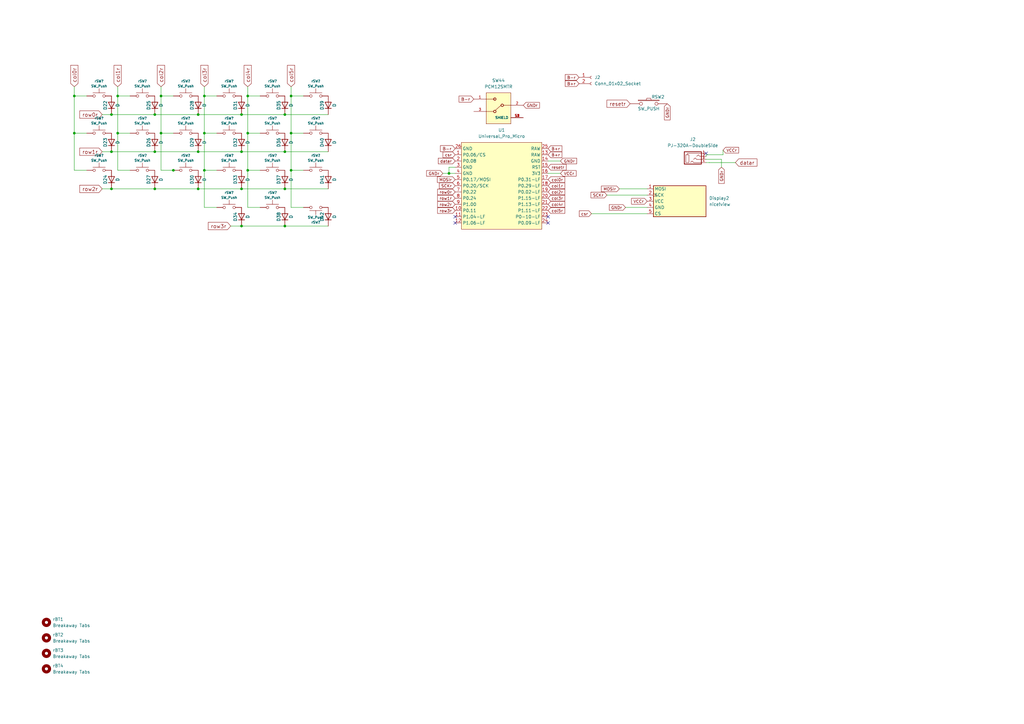
<source format=kicad_sch>
(kicad_sch (version 20231120) (generator "eeschema") (generator_version "8.0")
  (paper "A3")
  (title_block (title "Corne Right") (date "2023-10-07") (rev "4.0.0") (company "foostan"))
  (lib_symbols
    (symbol "ClaudeSym:PJ-320A" (pin_names (offset 1.016))
      (property "Reference" "J1" (at 0 3.81 0))
      (property "Value" "PJ-320A-DoubleSide" (at 0 -3.81 0))
      (symbol "PJ-320A_0_1"
        (rectangle (start -1.905 -1.905) (end -3.175 1.27))
        (polyline (pts (xy -2.54 1.27) (xy -2.54 1.905) (xy 3.175 1.905)))
        (polyline (pts (xy -1.27 -1.905) (xy -0.635 -1.27) (xy 0 -1.905) (xy 3.175 -1.905)))
        (polyline (pts (xy 0 -0.635) (xy 0.635 0) (xy 1.27 -0.635) (xy 3.175 -0.635)))
        (polyline (pts (xy 1.27 0.635) (xy 1.905 1.27) (xy 2.54 0.635) (xy 3.175 0.635)))
        (rectangle (start 3.175 2.54) (end -3.81 -2.54) (stroke (width 0.3048)))
      )
      (symbol "PJ-320A_1_1"
        (pin input line (at 5.1338 1.8756 180) (length 2.0066) (name "") (number "1"))
        (pin input line (at 5.1954 0.6252 180) (length 2.0066) (name "") (number "2"))
        (pin input line (at 5.1074 -0.5899 180) (length 2.0066) (name "") (number "3"))
        (pin input line (at 5.1514 -1.902 180) (length 2.0066) (name "") (number "4"))
      )
    )
    (symbol "ClaudeSym:Universal_Pro_Micro_Footprint" (in_bom no)
      (property "Reference" "U" (at 0 22.86 0))
      (property "Value" "Universal_Pro_Micro" (at 0 20.32 0))
      (symbol "Universal_Pro_Micro_Footprint_0_0"
        (pin bidirectional line (at -19.05 -8.89 0) (length 2.54) (name "P0.11") (number "10"))
        (pin bidirectional line (at -19.05 -11.43 0) (length 2.54) (name "P1.04-LF") (number "11"))
        (pin bidirectional line (at -19.05 -13.97 0) (length 2.54) (name "P1.06-LF") (number "12"))
        (pin power_out line (at 19.05 11.43 180) (length 2.54) (name "GND") (number "14"))
        (pin bidirectional line (at 19.05 8.89 180) (length 2.54) (name "RST") (number "15"))
        (pin bidirectional line (at 19.05 3.81 180) (length 2.54) (name "P0.31-LF") (number "17"))
        (pin bidirectional line (at 19.05 1.27 180) (length 2.54) (name "P0.29-LF") (number "18"))
        (pin bidirectional line (at 19.05 -1.27 180) (length 2.54) (name "P0.02-LF") (number "19"))
        (pin bidirectional line (at -19.05 11.43 0) (length 2.54) (name "P0.08") (number "2"))
        (pin bidirectional line (at 19.05 -3.81 180) (length 2.54) (name "P1.15-LF") (number "20"))
        (pin bidirectional line (at 19.05 -6.35 180) (length 2.54) (name "P1.13-LF") (number "21"))
        (pin bidirectional line (at 19.05 -8.89 180) (length 2.54) (name "P1.11-LF") (number "22"))
        (pin bidirectional line (at 19.05 -11.43 180) (length 2.54) (name "P0-10-LF") (number "23"))
        (pin bidirectional line (at 19.05 -13.97 180) (length 2.54) (name "P0.09-LF") (number "24"))
        (pin power_out line (at -19.05 8.89 0) (length 2.54) (name "GND") (number "3"))
        (pin power_out line (at -19.05 6.35 0) (length 2.54) (name "GND") (number "4"))
        (pin bidirectional line (at -19.05 -1.27 0) (length 2.54) (name "P0.22") (number "7"))
        (pin bidirectional line (at -19.05 -3.81 0) (length 2.54) (name "P0.24") (number "8"))
        (pin bidirectional line (at -19.05 -6.35 0) (length 2.54) (name "P1.00") (number "9"))
      )
      (symbol "Universal_Pro_Micro_Footprint_1_0"
        (pin bidirectional line (at -19.05 13.97 0) (length 2.54) (name "P0.06/CS") (number "1"))
        (pin power_out line (at 19.05 13.97 180) (length 2.54) (name "RAW") (number "13"))
        (pin power_out line (at 19.05 6.35 180) (length 2.54) (name "3V3") (number "16"))
        (pin power_out line (at 19.05 16.51 180) (length 2.54) (name "RAW") (number "25"))
        (pin power_out line (at -19.05 16.51 0) (length 2.54) (name "GND") (number "26"))
        (pin bidirectional line (at -19.05 3.81 0) (length 2.54) (name "P0.17/MOSI") (number "5"))
        (pin bidirectional line (at -19.05 1.27 0) (length 2.54) (name "P0.20/SCK") (number "6"))
      )
      (symbol "Universal_Pro_Micro_Footprint_1_1"
        (rectangle (start -16.51 19.05) (end 16.51 -16.51) (fill (type background)))
      )
    )
    (symbol "Connector:Conn_01x02_Socket" (pin_names (offset 1.016) hide)
      (property "Reference" "J" (at 0 2.54 0))
      (property "Value" "Conn_01x02_Socket" (at 0 -5.08 0))
      (symbol "Conn_01x02_Socket_1_1"
        (arc (start 0 -2.032) (mid -0.5058 -2.54) (end 0 -3.048) (stroke (width 0.1524)))
        (polyline (pts (xy -1.27 -2.54) (xy -0.508 -2.54)) (stroke (width 0.1524)))
        (polyline (pts (xy -1.27 0) (xy -0.508 0)) (stroke (width 0.1524)))
        (arc (start 0 0.508) (mid -0.5058 0) (end 0 -0.508) (stroke (width 0.1524)))
        (pin passive line (at -5.08 0 0) (length 3.81) (name "Pin_1") (number "1"))
        (pin passive line (at -5.08 -2.54 0) (length 3.81) (name "Pin_2") (number "2"))
      )
    )
    (symbol "Device:D" (pin_numbers hide) (pin_names (offset 1.016) hide)
      (property "Reference" "D" (at 0 2.54 0))
      (property "Value" "D" (at 0 -2.54 0))
      (symbol "D_0_1"
        (polyline (pts (xy -1.27 1.27) (xy -1.27 -1.27)) (stroke (width 0.254)))
        (polyline (pts (xy 1.27 0) (xy -1.27 0)))
        (polyline (pts (xy 1.27 1.27) (xy 1.27 -1.27) (xy -1.27 0) (xy 1.27 1.27)) (stroke (width 0.254)))
      )
      (symbol "D_1_1"
        (pin passive line (at -3.81 0 0) (length 2.54) (name "K") (number "1"))
        (pin passive line (at 3.81 0 180) (length 2.54) (name "A") (number "2"))
      )
    )
    (symbol "Mechanical:MountingHole" (pin_names (offset 1.016))
      (property "Reference" "H" (at 0 5.08 0))
      (property "Value" "MountingHole" (at 0 3.175 0))
      (symbol "MountingHole_0_1"
        (circle (center 0 0) (radius 1.27) (stroke (width 1.27)))
      )
    )
    (symbol "PCM_PCM12SMTR:PCM12SMTR" (pin_names (offset 1.016))
      (property "Reference" "SW" (at -5.0844 5.3386 0))
      (property "Value" "PCM12SMTR" (at -5.1814 -9.6619 0))
      (symbol "PCM12SMTR_0_0"
        (rectangle (start -5.08 -7.62) (end 5.08 5.08) (stroke (width 0.1524)) (fill (type background)))
        (circle (center -1.524 -2.54) (radius 0.508) (stroke (width 0.254)))
        (circle (center -1.524 2.54) (radius 0.508) (stroke (width 0.254)))
        (polyline (pts (xy -5.08 -2.54) (xy -2.032 -2.54)) (stroke (width 0.1524)))
        (polyline (pts (xy -5.08 2.54) (xy -1.524 2.54)) (stroke (width 0.1524)))
        (polyline (pts (xy 1.016 0) (xy -1.27 -2.032)) (stroke (width 0.1524)))
        (polyline (pts (xy 2.032 0) (xy 5.08 0)) (stroke (width 0.1524)))
        (circle (center 1.524 0) (radius 0.508) (stroke (width 0.254)))
        (pin passive line (at -10.16 2.54 0) (length 5.08) (name "~") (number "1"))
        (pin passive line (at 10.16 0 180) (length 5.08) (name "~") (number "2"))
        (pin passive line (at -10.16 -2.54 0) (length 5.08) (name "~") (number "3"))
        (pin passive line (at 10.16 -5.08 180) (length 5.08) (name "SHIELD") (number "S1"))
        (pin passive line (at 10.16 -5.08 180) (length 5.08) (name "SHIELD") (number "S2"))
        (pin passive line (at 10.16 -5.08 180) (length 5.08) (name "SHIELD") (number "S3"))
        (pin passive line (at 10.16 -5.08 180) (length 5.08) (name "SHIELD") (number "S4"))
      )
    )
    (symbol "PCM_nice_view:nice!view"
      (property "Reference" "Display" (at 0 12.7 0))
      (property "Value" "nice!view" (at 0 0 0))
      (symbol "nice!view_0_1"
        (rectangle (start -6.35 11.43) (end 6.35 -10.16) (stroke (width 0.254)) (fill (type background)))
      )
      (symbol "nice!view_1_1"
        (pin input line (at -5.08 -12.7 90) (length 2.54) (name "MOSI") (number "1"))
        (pin input clock (at -2.54 -12.7 90) (length 2.54) (name "SCK") (number "2"))
        (pin power_in line (at 0 -12.7 90) (length 2.54) (name "VCC") (number "3"))
        (pin power_out line (at 2.54 -12.7 90) (length 2.54) (name "GND") (number "4"))
        (pin passive line (at 5.08 -12.7 90) (length 2.54) (name "CS") (number "5"))
      )
    )
    (symbol "SW_Push_1" (pin_numbers hide) (pin_names (offset 1.016) hide)
      (property "Reference" "SW" (at 1.27 2.54 0))
      (property "Value" "SW_Push" (at 0 -1.524 0))
      (symbol "SW_Push_1_0_1"
        (circle (center -2.032 0) (radius 0.508))
        (polyline (pts (xy 0 1.27) (xy 0 3.048)))
        (polyline (pts (xy 2.54 1.27) (xy -2.54 1.27)))
        (circle (center 2.032 0) (radius 0.508))
        (pin passive line (at -5.08 0 0) (length 2.54) (name "1") (number "1"))
        (pin passive line (at 5.08 0 180) (length 2.54) (name "2") (number "2"))
      )
    )
    (symbol "Switch:SW_Push" (pin_numbers hide) (pin_names (offset 1.016) hide)
      (property "Reference" "SW" (at 1.27 2.54 0))
      (property "Value" "SW_Push" (at 0 -1.524 0))
      (symbol "SW_Push_0_1"
        (circle (center -2.032 0) (radius 0.508))
        (polyline (pts (xy 0 1.27) (xy 0 3.048)))
        (polyline (pts (xy 2.54 1.27) (xy -2.54 1.27)))
        (circle (center 2.032 0) (radius 0.508))
        (pin passive line (at -5.08 0 0) (length 2.54) (name "1") (number "1"))
        (pin passive line (at 5.08 0 180) (length 2.54) (name "2") (number "2"))
      )
    )
    (symbol "kbd:SW_PUSH" (pin_numbers hide) (pin_names (offset 1.016) hide)
      (property "Reference" "SW" (at 3.81 2.794 0))
      (property "Value" "SW_PUSH" (at 0 -2.032 0))
      (symbol "SW_PUSH_0_1"
        (rectangle (start -4.318 1.27) (end 4.318 1.524))
        (polyline (pts (xy -1.016 1.524) (xy -0.762 2.286) (xy 0.762 2.286) (xy 1.016 1.524)))
        (pin passive inverted (at -7.62 0 0) (length 5.08) (name "1") (number "1"))
        (pin passive inverted (at 7.62 0 180) (length 5.08) (name "2") (number "2"))
      )
    )
  )
  (junction (at 48.26 54.61))
  (junction (at 63.5 46.99))
  (junction (at 116.84 62.23))
  (junction (at 83.82 39.37))
  (junction (at 45.72 62.23))
  (junction (at 71.12 69.85))
  (junction (at 30.48 54.61))
  (junction (at 99.06 62.23))
  (junction (at 81.28 77.47))
  (junction (at 45.72 77.47))
  (junction (at 101.6 39.37))
  (junction (at 116.84 92.71))
  (junction (at 81.28 62.23))
  (junction (at 66.04 39.37))
  (junction (at 83.82 54.61))
  (junction (at 119.38 39.37))
  (junction (at 66.04 54.61))
  (junction (at 99.06 77.47))
  (junction (at 30.48 39.37))
  (junction (at 116.84 77.47))
  (junction (at 119.38 69.85))
  (junction (at 81.28 46.99))
  (junction (at 101.6 54.61))
  (junction (at 99.06 92.71))
  (junction (at 119.38 54.61))
  (junction (at 48.26 39.37))
  (junction (at 63.5 77.47))
  (junction (at 45.72 46.99))
  (junction (at 101.6 69.85))
  (junction (at 83.82 69.85))
  (junction (at 63.5 62.23))
  (junction (at 116.84 46.99))
  (junction (at 99.06 46.99))
  (junction (at 184.15 71.12))
  (no_connect (at 186.69 88.9))
  (no_connect (at 224.79 91.44))
  (no_connect (at 186.69 91.44))
  (no_connect (at 224.79 88.9))
  (no_connect (at 289.6138 62.8944))
  (wire (pts (xy 30.48 54.61) (xy 30.48 69.85)))
  (wire (pts (xy 45.72 77.47) (xy 63.5 77.47)))
  (wire (pts (xy 66.04 39.37) (xy 66.04 54.61)))
  (wire (pts (xy 66.04 54.61) (xy 66.04 69.85)))
  (wire (pts (xy 289.6314 66.672) (xy 290.9014 66.672)))
  (wire (pts (xy 81.28 77.47) (xy 99.06 77.47)))
  (wire (pts (xy 101.6 54.61) (xy 106.68 54.61)))
  (wire (pts (xy 119.38 39.37) (xy 124.46 39.37)))
  (wire (pts (xy 66.04 35.56) (xy 66.04 39.37)))
  (wire (pts (xy 94.615 92.71) (xy 99.06 92.71)))
  (wire (pts (xy 45.72 62.23) (xy 63.5 62.23)))
  (wire (pts (xy 290.9014 66.675) (xy 301.625 66.675)))
  (wire (pts (xy 99.06 77.47) (xy 116.84 77.47)))
  (wire (pts (xy 71.12 69.85) (xy 72.39 69.85)))
  (wire (pts (xy 101.6 39.37) (xy 101.6 54.61)))
  (wire (pts (xy 83.82 69.85) (xy 88.9 69.85)))
  (wire (pts (xy 289.5874 65.3599) (xy 295.91 65.3599)))
  (wire (pts (xy 289.6754 63.5) (xy 296.545 63.5)))
  (wire (pts (xy 101.6 35.56) (xy 101.6 39.37)))
  (wire (pts (xy 256.54 85.09) (xy 265.43 85.09)))
  (wire (pts (xy 48.26 69.85) (xy 53.34 69.85)))
  (wire (pts (xy 224.79 71.12) (xy 229.87 71.12)))
  (wire (pts (xy 116.84 46.99) (xy 134.62 46.99)))
  (wire (pts (xy 83.82 35.56) (xy 83.82 39.37)))
  (wire (pts (xy 119.38 85.09) (xy 124.46 85.09)))
  (wire (pts (xy 83.82 39.37) (xy 88.9 39.37)))
  (wire (pts (xy 48.26 39.37) (xy 48.26 54.61)))
  (wire (pts (xy 184.15 68.58) (xy 184.15 71.12)))
  (wire (pts (xy 81.28 46.99) (xy 99.06 46.99)))
  (wire (pts (xy 66.04 54.61) (xy 71.12 54.61)))
  (wire (pts (xy 254 77.47) (xy 265.43 77.47)))
  (wire (pts (xy 101.6 54.61) (xy 101.6 69.85)))
  (wire (pts (xy 30.48 35.56) (xy 30.48 39.37)))
  (wire (pts (xy 48.26 54.61) (xy 48.26 69.85)))
  (wire (pts (xy 181.61 71.12) (xy 184.15 71.12)))
  (wire (pts (xy 99.06 92.71) (xy 116.84 92.71)))
  (wire (pts (xy 30.48 39.37) (xy 35.56 39.37)))
  (wire (pts (xy 63.5 46.99) (xy 81.28 46.99)))
  (wire (pts (xy 290.9014 66.672) (xy 290.9014 66.675)))
  (wire (pts (xy 248.92 80.01) (xy 265.43 80.01)))
  (wire (pts (xy 116.84 92.71) (xy 134.62 92.71)))
  (wire (pts (xy 41.91 77.47) (xy 45.72 77.47)))
  (wire (pts (xy 30.48 69.85) (xy 35.56 69.85)))
  (wire (pts (xy 48.26 35.56) (xy 48.26 39.37)))
  (wire (pts (xy 41.91 62.23) (xy 45.72 62.23)))
  (wire (pts (xy 119.38 54.61) (xy 119.38 69.85)))
  (wire (pts (xy 83.82 69.85) (xy 83.82 85.09)))
  (wire (pts (xy 101.6 69.85) (xy 106.68 69.85)))
  (wire (pts (xy 119.38 39.37) (xy 119.38 54.61)))
  (wire (pts (xy 63.5 62.23) (xy 81.28 62.23)))
  (wire (pts (xy 119.38 69.85) (xy 124.46 69.85)))
  (wire (pts (xy 224.79 66.04) (xy 229.87 66.04)))
  (wire (pts (xy 116.84 77.47) (xy 134.62 77.47)))
  (wire (pts (xy 99.06 46.99) (xy 116.84 46.99)))
  (wire (pts (xy 101.6 85.09) (xy 106.68 85.09)))
  (wire (pts (xy 81.28 62.23) (xy 99.06 62.23)))
  (wire (pts (xy 66.04 69.85) (xy 71.12 69.85)))
  (wire (pts (xy 101.6 69.85) (xy 101.6 85.09)))
  (wire (pts (xy 83.82 54.61) (xy 88.9 54.61)))
  (wire (pts (xy 48.26 54.61) (xy 53.34 54.61)))
  (wire (pts (xy 124.46 54.61) (xy 119.38 54.61)))
  (wire (pts (xy 66.04 39.37) (xy 71.12 39.37)))
  (wire (pts (xy 119.38 69.85) (xy 119.38 85.09)))
  (wire (pts (xy 295.91 65.3599) (xy 295.91 68.58)))
  (wire (pts (xy 119.38 35.56) (xy 119.38 39.37)))
  (wire (pts (xy 101.6 39.37) (xy 106.68 39.37)))
  (wire (pts (xy 99.06 62.23) (xy 116.84 62.23)))
  (wire (pts (xy 242.57 87.63) (xy 265.43 87.63)))
  (wire (pts (xy 45.72 46.99) (xy 63.5 46.99)))
  (wire (pts (xy 184.15 71.12) (xy 186.69 71.12)))
  (wire (pts (xy 83.82 39.37) (xy 83.82 54.61)))
  (wire (pts (xy 83.82 54.61) (xy 83.82 69.85)))
  (wire (pts (xy 41.91 46.99) (xy 45.72 46.99)))
  (wire (pts (xy 289.6754 63.5) (xy 289.6754 64.1448)))
  (wire (pts (xy 48.26 39.37) (xy 53.34 39.37)))
  (wire (pts (xy 30.48 54.61) (xy 35.56 54.61)))
  (wire (pts (xy 83.82 85.09) (xy 88.9 85.09)))
  (wire (pts (xy 116.84 62.23) (xy 134.62 62.23)))
  (wire (pts (xy 63.5 77.47) (xy 81.28 77.47)))
  (wire (pts (xy 296.545 63.5) (xy 296.545 61.595)))
  (wire (pts (xy 30.48 39.37) (xy 30.48 54.61)))
  (wire (pts (xy 186.69 68.58) (xy 184.15 68.58)))
  (global_label "col4r" (shape input) (at 224.79 83.82 0) (effects (font (size 1.1938 1.1938))) (property "Intersheetrefs" "${INTERSHEET_REFS}" (effects (hide yes))))
  (global_label "GNDr" (shape input) (at 256.54 85.09 180) (effects (font (size 1.1938 1.1938))) (property "Intersheetrefs" "${INTERSHEET_REFS}" (effects (hide yes))))
  (global_label "GNDr" (shape input) (at 295.91 68.58 270) (effects (font (size 1.1938 1.1938))) (property "Intersheetrefs" "${INTERSHEET_REFS}" (effects (hide yes))))
  (global_label "B+r" (shape input) (at 224.79 60.96 0) (effects (font (size 1.1938 1.1938))) (property "Intersheetrefs" "${INTERSHEET_REFS}" (effects (hide yes))))
  (global_label "B+r" (shape input) (at 224.79 63.5 0) (effects (font (size 1.1938 1.1938))) (property "Intersheetrefs" "${INTERSHEET_REFS}" (effects (hide yes))))
  (global_label "csr" (shape input) (at 186.69 63.5 180) (effects (font (size 1.1938 1.1938))) (property "Intersheetrefs" "${INTERSHEET_REFS}" (effects (hide yes))))
  (global_label "B-r" (shape input) (at 186.69 60.96 180) (property "Intersheetrefs" "${INTERSHEET_REFS}" (effects (hide yes))))
  (global_label "col5r" (shape input) (at 224.79 86.36 0) (effects (font (size 1.1938 1.1938))) (property "Intersheetrefs" "${INTERSHEET_REFS}" (effects (hide yes))))
  (global_label "B-r" (shape input) (at 194.31 40.64 180) (property "Intersheetrefs" "${INTERSHEET_REFS}" (effects (hide yes))))
  (global_label "GNDr" (shape input) (at 214.63 43.18 0) (effects (font (size 1.1938 1.1938))) (property "Intersheetrefs" "${INTERSHEET_REFS}" (effects (hide yes))))
  (global_label "GNDr" (shape input) (at 181.61 71.12 180) (effects (font (size 1.1938 1.1938))) (property "Intersheetrefs" "${INTERSHEET_REFS}" (effects (hide yes))))
  (global_label "row0r" (shape input) (at 186.69 78.74 180) (effects (font (size 1.1938 1.1938))) (property "Intersheetrefs" "${INTERSHEET_REFS}" (effects (hide yes))))
  (global_label "SCKr" (shape input) (at 186.69 76.2 180) (effects (font (size 1.1938 1.1938))) (property "Intersheetrefs" "${INTERSHEET_REFS}" (effects (hide yes))))
  (global_label "row2r" (shape input) (at 186.69 83.82 180) (effects (font (size 1.1938 1.1938))) (property "Intersheetrefs" "${INTERSHEET_REFS}" (effects (hide yes))))
  (global_label "VCCr" (shape input) (at 265.43 82.55 180) (effects (font (size 1.1938 1.1938))) (property "Intersheetrefs" "${INTERSHEET_REFS}" (effects (hide yes))))
  (global_label "resetr" (shape input) (at 258.445 42.545 180) (effects (font (size 1.524 1.524))) (property "Intersheetrefs" "${INTERSHEET_REFS}" (effects (hide yes))))
  (global_label "GNDr" (shape input) (at 273.685 42.545 270) (effects (font (size 1.1938 1.1938))) (property "Intersheetrefs" "${INTERSHEET_REFS}" (effects (hide yes))))
  (global_label "VCCr" (shape input) (at 229.87 71.12 0) (effects (font (size 1.1938 1.1938))) (property "Intersheetrefs" "${INTERSHEET_REFS}" (effects (hide yes))))
  (global_label "col1r" (shape input) (at 224.79 76.2 0) (effects (font (size 1.1938 1.1938))) (property "Intersheetrefs" "${INTERSHEET_REFS}" (effects (hide yes))))
  (global_label "row1r" (shape input) (at 41.91 62.23 180) (effects (font (size 1.524 1.524))) (property "Intersheetrefs" "${INTERSHEET_REFS}" (effects (hide yes))))
  (global_label "row1r" (shape input) (at 186.69 81.28 180) (effects (font (size 1.1938 1.1938))) (property "Intersheetrefs" "${INTERSHEET_REFS}" (effects (hide yes))))
  (global_label "col0r" (shape input) (at 30.48 35.56 90) (effects (font (size 1.524 1.524))) (property "Intersheetrefs" "${INTERSHEET_REFS}" (effects (hide yes))))
  (global_label "B-r" (shape input) (at 237.49 31.75 180) (effects (font (size 1.1938 1.1938))) (property "Intersheetrefs" "${INTERSHEET_REFS}" (effects (hide yes))))
  (global_label "datar" (shape input) (at 301.625 66.675 0) (effects (font (size 1.524 1.524))) (property "Intersheetrefs" "${INTERSHEET_REFS}" (effects (hide yes))))
  (global_label "MOSIr" (shape input) (at 186.69 73.66 180) (effects (font (size 1.1938 1.1938))) (property "Intersheetrefs" "${INTERSHEET_REFS}" (effects (hide yes))))
  (global_label "col3r" (shape input) (at 224.79 81.28 0) (effects (font (size 1.1938 1.1938))) (property "Intersheetrefs" "${INTERSHEET_REFS}" (effects (hide yes))))
  (global_label "B+r" (shape input) (at 237.49 34.29 180) (effects (font (size 1.1938 1.1938))) (property "Intersheetrefs" "${INTERSHEET_REFS}" (effects (hide yes))))
  (global_label "col0r" (shape input) (at 224.79 73.66 0) (effects (font (size 1.1938 1.1938))) (property "Intersheetrefs" "${INTERSHEET_REFS}" (effects (hide yes))))
  (global_label "row0r" (shape input) (at 41.91 46.99 180) (effects (font (size 1.524 1.524))) (property "Intersheetrefs" "${INTERSHEET_REFS}" (effects (hide yes))))
  (global_label "MOSIr" (shape input) (at 254 77.47 180) (effects (font (size 1.1938 1.1938))) (property "Intersheetrefs" "${INTERSHEET_REFS}" (effects (hide yes))))
  (global_label "col4r" (shape input) (at 101.6 35.56 90) (effects (font (size 1.524 1.524))) (property "Intersheetrefs" "${INTERSHEET_REFS}" (effects (hide yes))))
  (global_label "row3r" (shape input) (at 94.615 92.71 180) (effects (font (size 1.524 1.524))) (property "Intersheetrefs" "${INTERSHEET_REFS}" (effects (hide yes))))
  (global_label "col2r" (shape input) (at 66.04 35.56 90) (effects (font (size 1.524 1.524))) (property "Intersheetrefs" "${INTERSHEET_REFS}" (effects (hide yes))))
  (global_label "resetr" (shape input) (at 224.79 68.58 0) (effects (font (size 1.1938 1.1938))) (property "Intersheetrefs" "${INTERSHEET_REFS}" (effects (hide yes))))
  (global_label "SCKr" (shape input) (at 248.92 80.01 180) (effects (font (size 1.1938 1.1938))) (property "Intersheetrefs" "${INTERSHEET_REFS}" (effects (hide yes))))
  (global_label "GNDr" (shape input) (at 229.87 66.04 0) (effects (font (size 1.1938 1.1938))) (property "Intersheetrefs" "${INTERSHEET_REFS}" (effects (hide yes))))
  (global_label "col1r" (shape input) (at 48.26 35.56 90) (effects (font (size 1.524 1.524))) (property "Intersheetrefs" "${INTERSHEET_REFS}" (effects (hide yes))))
  (global_label "VCCr" (shape input) (at 296.545 61.595 0) (effects (font (size 1.1938 1.1938))) (property "Intersheetrefs" "${INTERSHEET_REFS}" (effects (hide yes))))
  (global_label "datar" (shape input) (at 186.69 66.04 180) (effects (font (size 1.1938 1.1938))) (property "Intersheetrefs" "${INTERSHEET_REFS}" (effects (hide yes))))
  (global_label "csr" (shape input) (at 242.57 87.63 180) (effects (font (size 1.1938 1.1938))) (property "Intersheetrefs" "${INTERSHEET_REFS}" (effects (hide yes))))
  (global_label "row3r" (shape input) (at 186.69 86.36 180) (effects (font (size 1.1938 1.1938))) (property "Intersheetrefs" "${INTERSHEET_REFS}" (effects (hide yes))))
  (global_label "col3r" (shape input) (at 83.82 35.56 90) (effects (font (size 1.524 1.524))) (property "Intersheetrefs" "${INTERSHEET_REFS}" (effects (hide yes))))
  (global_label "row2r" (shape input) (at 41.91 77.47 180) (effects (font (size 1.524 1.524))) (property "Intersheetrefs" "${INTERSHEET_REFS}" (effects (hide yes))))
  (global_label "col5r" (shape input) (at 119.38 35.56 90) (effects (font (size 1.524 1.524))) (property "Intersheetrefs" "${INTERSHEET_REFS}" (effects (hide yes))))
  (global_label "col2r" (shape input) (at 224.79 78.74 0) (effects (font (size 1.1938 1.1938))) (property "Intersheetrefs" "${INTERSHEET_REFS}" (effects (hide yes))))
  (symbol (lib_id "Switch:SW_Push") (at 111.76 54.61 0) (unit 1)
    (property "Reference" "rSW?" (at 111.76 48.514 0) (effects (font (size 1 1))))
    (property "Value" "SW_Push" (at 111.76 50.546 0) (effects (font (size 1 1))))
    (property "Footprint" "ClaudeFoot:SW_MXchoc_HS_1u" (effects (hide yes)))
  )
  (symbol (lib_name "SW_Push_1") (lib_id "Switch:SW_Push") (at 129.54 39.37 0) (unit 1)
    (property "Reference" "rSW?" (at 129.54 33.274 0) (effects (font (size 1 1))))
    (property "Value" "SW_Push" (at 129.54 35.306 0) (effects (font (size 1 1))))
    (property "Footprint" "ClaudeFoot:SW_MXchoc_HS_1u" (effects (hide yes)))
  )
  (symbol (lib_id "Device:D") (at 99.06 73.66 90) (unit 1)
    (property "Reference" "D33" (at 96.52 73.66 0))
    (property "Value" "D" (at 101.6 73.66 0))
    (property "Footprint" "ClaudeFoot:SMD_SOD123" (effects (hide yes)))
    (instances (project "corne-light" (path "" (reference "D33") (unit 1))) (project "Corne V4 Kea Workshop Edition" (path "" (reference "D31") (unit 1))))
  )
  (symbol (lib_id "Device:D") (at 81.28 58.42 90) (unit 1)
    (property "Reference" "D29" (at 78.74 58.42 0))
    (property "Value" "D" (at 83.82 58.42 0))
    (property "Footprint" "ClaudeFoot:SMD_SOD123" (effects (hide yes)))
    (instances (project "corne-light" (path "" (reference "D29") (unit 1))) (project "Corne V4 Kea Workshop Edition" (path "" (reference "D35") (unit 1))))
  )
  (symbol (lib_id "Connector:Conn_01x02_Socket") (at 242.57 31.75 0) (unit 1)
    (property "Reference" "J2" (at 243.84 31.7499 0) (effects (justify left)))
    (property "Value" "Conn_01x02_Socket" (at 243.84 34.2899 0) (effects (justify left)))
    (property "Footprint" "ClaudeFoot:PH_S2B-PH2-K_1x02_P2.00mm_Horizontal" (effects (hide yes)))
    (property "Description" "Generic connector, single row, 01x02, script generated" (effects (hide yes)))
  )
  (symbol (lib_id "Device:D") (at 45.72 43.18 90) (unit 1)
    (property "Reference" "D22" (at 43.18 43.18 0))
    (property "Value" "D" (at 48.26 43.18 0))
    (property "Footprint" "ClaudeFoot:SMD_SOD123" (effects (hide yes)))
    (instances (project "corne-light" (path "" (reference "D22") (unit 1))) (project "Corne V4 Kea Workshop Edition" (path "" (reference "D40") (unit 1))))
  )
  (symbol (lib_id "Switch:SW_Push") (at 111.76 39.37 0) (unit 1)
    (property "Reference" "rSW?" (at 111.76 33.274 0) (effects (font (size 1 1))))
    (property "Value" "SW_Push" (at 111.76 35.306 0) (effects (font (size 1 1))))
    (property "Footprint" "ClaudeFoot:SW_MXchoc_HS_1u" (effects (hide yes)))
  )
  (symbol (lib_id "Switch:SW_Push") (at 58.42 69.85 0) (unit 1)
    (property "Reference" "rSW?" (at 58.42 63.754 0) (effects (font (size 1 1))))
    (property "Value" "SW_Push" (at 58.42 65.786 0) (effects (font (size 1 1))))
    (property "Footprint" "ClaudeFoot:SW_MXchoc_HS_1u" (effects (hide yes)))
  )
  (symbol (lib_id "ClaudeSym:PJ-320A") (at 284.48 64.77 0) (unit 1)
    (property "Reference" "J2" (at 284.1625 57.15 0))
    (property "Value" "PJ-320A-DoubleSide" (at 284.1625 59.69 0))
    (property "Footprint" "ClaudeFoot:TRRS-PJ-320A" (effects (hide yes)))
    (instances (project "corne-light" (path "" (reference "J2") (unit 1))) (project "Corne V4 Kea Workshop Edition" (path "" (reference "J5") (unit 1))))
  )
  (symbol (lib_id "Switch:SW_Push") (at 76.2 69.85 0) (unit 1)
    (property "Reference" "rSW?" (at 76.2 63.754 0) (effects (font (size 1 1))))
    (property "Value" "SW_Push" (at 76.2 65.786 0) (effects (font (size 1 1))))
    (property "Footprint" "ClaudeFoot:SW_MXchoc_HS_1u" (effects (hide yes)))
  )
  (symbol (lib_id "kbd:SW_PUSH") (at 266.065 42.545 0) (unit 1)
    (property "Reference" "RSW2" (at 269.875 39.751 0))
    (property "Value" "SW_PUSH" (at 266.065 44.577 0))
    (property "Footprint" "ClaudeFoot:Reset_3x6x4.3" (effects (hide yes)))
    (instances (project "corne-light" (path "" (reference "RSW2") (unit 1))) (project "Corne V4 Kea Workshop Edition" (path "" (reference "RSW22") (unit 1))))
  )
  (symbol (lib_id "Switch:SW_Push") (at 129.54 85.09 180) (unit 1)
    (property "Reference" "rSW?" (at 129.54 91.186 0) (effects (font (size 1 1))))
    (property "Value" "SW_Push" (at 129.54 89.154 0) (effects (font (size 1 1))))
    (property "Footprint" "ClaudeFoot:SW_MXchoc_HS_1u" (effects (hide yes)))
  )
  (symbol (lib_id "Mechanical:MountingHole") (at 19.05 274.32 0) (unit 1)
    (property "Reference" "rBT4" (at 21.59 273.05 0) (effects (justify left)))
    (property "Value" "Breakaway Tabs" (at 21.59 275.59 0) (effects (justify left)))
    (property "Footprint" "ClaudeFoot:Breakaway_Tabs" (effects (hide yes)))
  )
  (symbol (lib_id "Device:D") (at 63.5 43.18 90) (unit 1)
    (property "Reference" "D25" (at 60.96 43.18 0))
    (property "Value" "D" (at 66.04 43.18 0))
    (property "Footprint" "ClaudeFoot:SMD_SOD123" (effects (hide yes)))
    (instances (project "corne-light" (path "" (reference "D25") (unit 1))) (project "Corne V4 Kea Workshop Edition" (path "" (reference "D39") (unit 1))))
  )
  (symbol (lib_id "Device:D") (at 81.28 43.18 90) (unit 1)
    (property "Reference" "D28" (at 78.74 43.18 0))
    (property "Value" "D" (at 83.82 43.18 0))
    (property "Footprint" "ClaudeFoot:SMD_SOD123" (effects (hide yes)))
    (instances (project "corne-light" (path "" (reference "D28") (unit 1))) (project "Corne V4 Kea Workshop Edition" (path "" (reference "D34") (unit 1))))
  )
  (symbol (lib_id "Switch:SW_Push") (at 58.42 54.61 0) (unit 1)
    (property "Reference" "rSW?" (at 58.42 48.514 0) (effects (font (size 1 1))))
    (property "Value" "SW_Push" (at 58.42 50.546 0) (effects (font (size 1 1))))
    (property "Footprint" "ClaudeFoot:SW_MXchoc_HS_1u" (effects (hide yes)))
  )
  (symbol (lib_id "PCM_PCM12SMTR:PCM12SMTR") (at 204.47 43.18 0) (unit 1)
    (property "Reference" "SW44" (at 204.47 33.02 0))
    (property "Value" "PCM12SMTR" (at 204.47 35.56 0))
    (property "Footprint" "ClaudeFoot:MSK-12C02 Toggle Switch" (effects (hide yes)))
    (property "STANDARD" "Manufacturer Recommendation" (effects (hide yes)))
    (property "MANUFACTURER" "C&K" (effects (hide yes)))
    (instances (project "corne-light" (path "" (reference "SW44") (unit 1))) (project "Corne V4 Kea Workshop Edition" (path "" (reference "SW43") (unit 1))))
  )
  (symbol (lib_id "Switch:SW_Push") (at 40.64 69.85 0) (unit 1)
    (property "Reference" "rSW?" (at 40.64 63.754 0) (effects (font (size 1 1))))
    (property "Value" "SW_Push" (at 40.64 65.786 0) (effects (font (size 1 1))))
    (property "Footprint" "ClaudeFoot:SW_MXchoc_HS_1u" (effects (hide yes)))
  )
  (symbol (lib_id "Device:D") (at 99.06 58.42 90) (unit 1)
    (property "Reference" "D32" (at 96.52 58.42 0))
    (property "Value" "D" (at 101.6 58.42 0))
    (property "Footprint" "ClaudeFoot:SMD_SOD123" (effects (hide yes)))
  )
  (symbol (lib_id "Device:D") (at 134.62 88.9 90) (unit 1)
    (property "Reference" "D42" (at 132.08 88.9 0))
    (property "Value" "D" (at 137.16 88.9 0))
    (property "Footprint" "ClaudeFoot:SMD_SOD123" (effects (hide yes)))
    (instances (project "corne-light" (path "" (reference "D42") (unit 1))) (project "Corne V4 Kea Workshop Edition" (path "" (reference "D22") (unit 1))))
  )
  (symbol (lib_id "Switch:SW_Push") (at 93.98 85.09 0) (unit 1)
    (property "Reference" "rSW?" (at 93.98 78.994 0) (effects (font (size 1 1))))
    (property "Value" "SW_Push" (at 93.98 81.026 0) (effects (font (size 1 1))))
    (property "Footprint" "ClaudeFoot:SW_MXchoc_HS_1u" (effects (hide yes)))
  )
  (symbol (lib_id "Switch:SW_Push") (at 40.64 39.37 0) (unit 1)
    (property "Reference" "rSW?" (at 40.64 33.274 0) (effects (font (size 1 1))))
    (property "Value" "SW_Push" (at 40.64 35.306 0) (effects (font (size 1 1))))
    (property "Footprint" "ClaudeFoot:SW_MXchoc_HS_1u" (effects (hide yes)))
  )
  (symbol (lib_id "Switch:SW_Push") (at 129.54 69.85 0) (unit 1)
    (property "Reference" "rSW?" (at 129.54 63.754 0) (effects (font (size 1 1))))
    (property "Value" "SW_Push" (at 129.54 65.786 0) (effects (font (size 1 1))))
    (property "Footprint" "ClaudeFoot:SW_MXchoc_HS_1u" (effects (hide yes)))
  )
  (symbol (lib_id "Device:D") (at 99.06 43.18 90) (unit 1)
    (property "Reference" "D31" (at 96.52 43.18 0))
    (property "Value" "D" (at 101.6 43.18 0))
    (property "Footprint" "ClaudeFoot:SMD_SOD123" (effects (hide yes)))
    (instances (project "corne-light" (path "" (reference "D31") (unit 1))) (project "Corne V4 Kea Workshop Edition" (path "" (reference "D33") (unit 1))))
  )
  (symbol (lib_id "Switch:SW_Push") (at 76.2 39.37 0) (unit 1)
    (property "Reference" "rSW?" (at 76.2 33.274 0) (effects (font (size 1 1))))
    (property "Value" "SW_Push" (at 76.2 35.306 0) (effects (font (size 1 1))))
    (property "Footprint" "ClaudeFoot:SW_MXchoc_HS_1u" (effects (hide yes)))
  )
  (symbol (lib_id "Device:D") (at 116.84 88.9 90) (unit 1)
    (property "Reference" "D38" (at 114.3 88.9 0))
    (property "Value" "D" (at 119.38 88.9 0))
    (property "Footprint" "ClaudeFoot:SMD_SOD123" (effects (hide yes)))
    (instances (project "corne-light" (path "" (reference "D38") (unit 1))) (project "Corne V4 Kea Workshop Edition" (path "" (reference "D29") (unit 1))))
  )
  (symbol (lib_id "Switch:SW_Push") (at 111.76 69.85 0) (unit 1)
    (property "Reference" "rSW?" (at 111.76 63.754 0) (effects (font (size 1 1))))
    (property "Value" "SW_Push" (at 111.76 65.786 0) (effects (font (size 1 1))))
    (property "Footprint" "ClaudeFoot:SW_MXchoc_HS_1u" (effects (hide yes)))
  )
  (symbol (lib_id "Switch:SW_Push") (at 76.2 54.61 0) (unit 1)
    (property "Reference" "rSW?" (at 76.2 48.514 0) (effects (font (size 1 1))))
    (property "Value" "SW_Push" (at 76.2 50.546 0) (effects (font (size 1 1))))
    (property "Footprint" "ClaudeFoot:SW_MXchoc_HS_1u" (effects (hide yes)))
  )
  (symbol (lib_id "Device:D") (at 134.62 43.18 90) (unit 1)
    (property "Reference" "D39" (at 132.08 43.18 0))
    (property "Value" "D" (at 137.16 43.18 0))
    (property "Footprint" "ClaudeFoot:SMD_SOD123" (effects (hide yes)))
    (instances (project "corne-light" (path "" (reference "D39") (unit 1))) (project "Corne V4 Kea Workshop Edition" (path "" (reference "D25") (unit 1))))
  )
  (symbol (lib_id "Device:D") (at 45.72 73.66 90) (unit 1)
    (property "Reference" "D24" (at 43.18 73.66 0))
    (property "Value" "D" (at 48.26 73.66 0))
    (property "Footprint" "ClaudeFoot:SMD_SOD123" (effects (hide yes)))
    (instances (project "corne-light" (path "" (reference "D24") (unit 1))) (project "Corne V4 Kea Workshop Edition" (path "" (reference "D42") (unit 1))))
  )
  (symbol (lib_id "Device:D") (at 134.62 58.42 90) (unit 1)
    (property "Reference" "D40" (at 132.08 58.42 0))
    (property "Value" "D" (at 137.16 58.42 0))
    (property "Footprint" "ClaudeFoot:SMD_SOD123" (effects (hide yes)))
    (instances (project "corne-light" (path "" (reference "D40") (unit 1))) (project "Corne V4 Kea Workshop Edition" (path "" (reference "D24") (unit 1))))
  )
  (symbol (lib_id "Device:D") (at 134.62 73.66 90) (unit 1)
    (property "Reference" "D41" (at 132.08 73.66 0))
    (property "Value" "D" (at 137.16 73.66 0))
    (property "Footprint" "ClaudeFoot:SMD_SOD123" (effects (hide yes)))
    (instances (project "corne-light" (path "" (reference "D41") (unit 1))) (project "Corne V4 Kea Workshop Edition" (path "" (reference "D23") (unit 1))))
  )
  (symbol (lib_id "Device:D") (at 45.72 58.42 90) (unit 1)
    (property "Reference" "D23" (at 43.18 58.42 0))
    (property "Value" "D" (at 48.26 58.42 0))
    (property "Footprint" "ClaudeFoot:SMD_SOD123" (effects (hide yes)))
    (instances (project "corne-light" (path "" (reference "D23") (unit 1))) (project "Corne V4 Kea Workshop Edition" (path "" (reference "D41") (unit 1))))
  )
  (symbol (lib_id "Device:D") (at 63.5 73.66 90) (unit 1)
    (property "Reference" "D27" (at 60.96 73.66 0))
    (property "Value" "D" (at 66.04 73.66 0))
    (property "Footprint" "ClaudeFoot:SMD_SOD123" (effects (hide yes)))
    (instances (project "corne-light" (path "" (reference "D27") (unit 1))) (project "Corne V4 Kea Workshop Edition" (path "" (reference "D37") (unit 1))))
  )
  (symbol (lib_id "Device:D") (at 116.84 43.18 90) (unit 1)
    (property "Reference" "D35" (at 114.3 43.18 0))
    (property "Value" "D" (at 119.38 43.18 0))
    (property "Footprint" "ClaudeFoot:SMD_SOD123" (effects (hide yes)))
    (instances (project "corne-light" (path "" (reference "D35") (unit 1))) (project "Corne V4 Kea Workshop Edition" (path "" (reference "D26") (unit 1))))
  )
  (symbol (lib_id "Device:D") (at 99.06 88.9 90) (unit 1)
    (property "Reference" "D34" (at 96.52 88.9 0))
    (property "Value" "D" (at 101.6 88.9 0))
    (property "Footprint" "ClaudeFoot:SMD_SOD123" (effects (hide yes)))
    (instances (project "corne-light" (path "" (reference "D34") (unit 1))) (project "Corne V4 Kea Workshop Edition" (path "" (reference "D30") (unit 1))))
  )
  (symbol (lib_id "Switch:SW_Push") (at 129.54 54.61 0) (unit 1)
    (property "Reference" "rSW?" (at 129.54 48.514 0) (effects (font (size 1 1))))
    (property "Value" "SW_Push" (at 129.54 50.546 0) (effects (font (size 1 1))))
    (property "Footprint" "ClaudeFoot:SW_MXchoc_HS_1u" (effects (hide yes)))
  )
  (symbol (lib_id "Switch:SW_Push") (at 40.64 54.61 0) (unit 1)
    (property "Reference" "rSW?" (at 40.64 48.514 0) (effects (font (size 1 1))))
    (property "Value" "SW_Push" (at 40.64 50.546 0) (effects (font (size 1 1))))
    (property "Footprint" "ClaudeFoot:SW_MXchoc_HS_1u" (effects (hide yes)))
  )
  (symbol (lib_id "Device:D") (at 116.84 58.42 90) (unit 1)
    (property "Reference" "D36" (at 114.3 58.42 0))
    (property "Value" "D" (at 119.38 58.42 0))
    (property "Footprint" "ClaudeFoot:SMD_SOD123" (effects (hide yes)))
    (instances (project "corne-light" (path "" (reference "D36") (unit 1))) (project "Corne V4 Kea Workshop Edition" (path "" (reference "D27") (unit 1))))
  )
  (symbol (lib_id "Device:D") (at 81.28 73.66 90) (unit 1)
    (property "Reference" "D30" (at 78.74 73.66 0))
    (property "Value" "D" (at 83.82 73.66 0))
    (property "Footprint" "ClaudeFoot:SMD_SOD123" (effects (hide yes)))
    (instances (project "corne-light" (path "" (reference "D30") (unit 1))) (project "Corne V4 Kea Workshop Edition" (path "" (reference "D36") (unit 1))))
  )
  (symbol (lib_id "Switch:SW_Push") (at 93.98 54.61 0) (unit 1)
    (property "Reference" "rSW?" (at 93.98 48.514 0) (effects (font (size 1 1))))
    (property "Value" "SW_Push" (at 93.98 50.546 0) (effects (font (size 1 1))))
    (property "Footprint" "ClaudeFoot:SW_MXchoc_HS_1u" (effects (hide yes)))
  )
  (symbol (lib_id "Device:D") (at 63.5 58.42 90) (unit 1)
    (property "Reference" "D26" (at 60.96 58.42 0))
    (property "Value" "D" (at 66.04 58.42 0))
    (property "Footprint" "ClaudeFoot:SMD_SOD123" (effects (hide yes)))
    (instances (project "corne-light" (path "" (reference "D26") (unit 1))) (project "Corne V4 Kea Workshop Edition" (path "" (reference "D38") (unit 1))))
  )
  (symbol (lib_id "Mechanical:MountingHole") (at 19.05 267.97 0) (unit 1)
    (property "Reference" "rBT3" (at 21.59 266.7 0) (effects (justify left)))
    (property "Value" "Breakaway Tabs" (at 21.59 269.24 0) (effects (justify left)))
    (property "Footprint" "ClaudeFoot:Breakaway_Tabs" (effects (hide yes)))
  )
  (symbol (lib_id "Switch:SW_Push") (at 58.42 39.37 0) (unit 1)
    (property "Reference" "rSW?" (at 58.42 33.274 0) (effects (font (size 1 1))))
    (property "Value" "SW_Push" (at 58.42 35.306 0) (effects (font (size 1 1))))
    (property "Footprint" "ClaudeFoot:SW_MXchoc_HS_1u" (effects (hide yes)))
  )
  (symbol (lib_id "Switch:SW_Push") (at 111.76 85.09 0) (unit 1)
    (property "Reference" "rSW?" (at 111.76 78.994 0) (effects (font (size 1 1))))
    (property "Value" "SW_Push" (at 111.76 81.026 0) (effects (font (size 1 1))))
    (property "Footprint" "ClaudeFoot:SW_MXchoc_HS_1u" (effects (hide yes)))
  )
  (symbol (lib_id "Switch:SW_Push") (at 93.98 69.85 0) (unit 1)
    (property "Reference" "rSW?" (at 93.98 63.754 0) (effects (font (size 1 1))))
    (property "Value" "SW_Push" (at 93.98 65.786 0) (effects (font (size 1 1))))
    (property "Footprint" "ClaudeFoot:SW_MXchoc_HS_1u" (effects (hide yes)))
  )
  (symbol (lib_id "Switch:SW_Push") (at 93.98 39.37 0) (unit 1)
    (property "Reference" "rSW?" (at 93.98 33.274 0) (effects (font (size 1 1))))
    (property "Value" "SW_Push" (at 93.98 35.306 0) (effects (font (size 1 1))))
    (property "Footprint" "ClaudeFoot:SW_MXchoc_HS_1u" (effects (hide yes)))
  )
  (symbol (lib_id "Mechanical:MountingHole") (at 19.05 255.27 0) (unit 1)
    (property "Reference" "rBT1" (at 21.59 254 0) (effects (justify left)))
    (property "Value" "Breakaway Tabs" (at 21.59 256.54 0) (effects (justify left)))
    (property "Footprint" "ClaudeFoot:Breakaway_Tabs" (effects (hide yes)))
  )
  (symbol (lib_id "PCM_nice_view:nice!view") (at 278.13 82.55 270) (unit 1)
    (property "Reference" "Display2" (at 290.83 81.28 90) (effects (justify left)))
    (property "Value" "nice!view" (at 290.83 83.82 90) (effects (justify left)))
    (property "Footprint" "ClaudeFoot:nice_view" (effects (hide yes)))
    (property "Datasheet" "https://nicekeyboards.com/docs/nice-view/pinout-schematic" (effects (hide yes)))
    (instances (project "corne-light" (path "" (reference "Display2") (unit 1))) (project "Corne V4 Kea Workshop Edition" (path "" (reference "Display1") (unit 1))))
  )
  (symbol (lib_id "ClaudeSym:Universal_Pro_Micro_Footprint") (at 205.74 77.47 0) (unit 1) (in_bom no)
    (property "Reference" "U1" (at 205.74 53.34 0))
    (property "Value" "Universal_Pro_Micro" (at 205.74 55.88 0))
    (property "Footprint" "ClaudeFoot:Pro_Micro_Footprint_CornePME" (effects (hide yes)))
    (property "Datasheet" "https://nicekeyboards.com/docs/nice-nano/pinout-schematic" (effects (hide yes)))
  )
  (symbol (lib_id "Device:D") (at 116.84 73.66 90) (unit 1)
    (property "Reference" "D37" (at 114.3 73.66 0))
    (property "Value" "D" (at 119.38 73.66 0))
    (property "Footprint" "ClaudeFoot:SMD_SOD123" (effects (hide yes)))
    (instances (project "corne-light" (path "" (reference "D37") (unit 1))) (project "Corne V4 Kea Workshop Edition" (path "" (reference "D28") (unit 1))))
  )
  (symbol (lib_id "Mechanical:MountingHole") (at 19.05 261.62 0) (unit 1)
    (property "Reference" "rBT2" (at 21.59 260.35 0) (effects (justify left)))
    (property "Value" "Breakaway Tabs" (at 21.59 262.89 0) (effects (justify left)))
    (property "Footprint" "ClaudeFoot:Breakaway_Tabs" (effects (hide yes)))
  )
)
</source>
